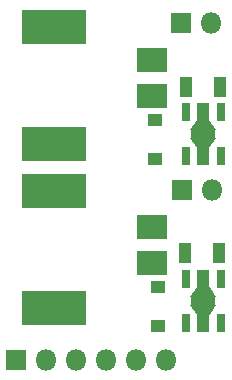
<source format=gbr>
%TF.GenerationSoftware,KiCad,Pcbnew,(5.1.6)-1*%
%TF.CreationDate,2020-08-23T14:00:49-07:00*%
%TF.ProjectId,Led Driver Double,4c656420-4472-4697-9665-7220446f7562,rev?*%
%TF.SameCoordinates,Original*%
%TF.FileFunction,Soldermask,Top*%
%TF.FilePolarity,Negative*%
%FSLAX46Y46*%
G04 Gerber Fmt 4.6, Leading zero omitted, Abs format (unit mm)*
G04 Created by KiCad (PCBNEW (5.1.6)-1) date 2020-08-23 14:00:49*
%MOMM*%
%LPD*%
G01*
G04 APERTURE LIST*
%ADD10O,1.800000X1.800000*%
%ADD11R,1.800000X1.800000*%
%ADD12R,1.300000X1.000000*%
%ADD13R,5.500000X3.000000*%
%ADD14R,1.000000X1.800000*%
%ADD15C,0.100000*%
%ADD16R,0.800000X1.600000*%
%ADD17R,1.100000X1.600000*%
%ADD18R,2.100000X0.900000*%
%ADD19R,2.600000X2.050000*%
G04 APERTURE END LIST*
D10*
%TO.C,J5*%
X87687120Y-51073560D03*
X85147120Y-51073560D03*
X82607120Y-51073560D03*
X80067120Y-51073560D03*
X77527120Y-51073560D03*
D11*
X74987120Y-51073560D03*
%TD*%
D12*
%TO.C,D1*%
X86730000Y-34050000D03*
X86730000Y-30750000D03*
%TD*%
D10*
%TO.C,J1*%
X91450000Y-22540000D03*
D11*
X88910000Y-22540000D03*
%TD*%
D13*
%TO.C,L1*%
X78170000Y-32740000D03*
X78170000Y-22840000D03*
%TD*%
D14*
%TO.C,R1*%
X92270000Y-27970000D03*
X89370000Y-27970000D03*
%TD*%
D12*
%TO.C,D2*%
X86970000Y-48200000D03*
X86970000Y-44900000D03*
%TD*%
D10*
%TO.C,J2*%
X91560000Y-36670000D03*
D11*
X89020000Y-36670000D03*
%TD*%
D13*
%TO.C,L2*%
X78180000Y-36730000D03*
X78180000Y-46630000D03*
%TD*%
D14*
%TO.C,R2*%
X92150000Y-41970000D03*
X89250000Y-41970000D03*
%TD*%
D15*
%TO.C,U1*%
G36*
X89736574Y-31570000D02*
G01*
X90303240Y-30720000D01*
X91356760Y-30720000D01*
X91923426Y-31570000D01*
X89736574Y-31570000D01*
G37*
D16*
X89330000Y-30070000D03*
X92330000Y-30070000D03*
X89330000Y-33770000D03*
D17*
X90830000Y-33770000D03*
D16*
X92330000Y-33770000D03*
D17*
X90830000Y-30070000D03*
D15*
G36*
X91923426Y-32270000D02*
G01*
X91356760Y-33120000D01*
X90303240Y-33120000D01*
X89736574Y-32270000D01*
X91923426Y-32270000D01*
G37*
D18*
X90830000Y-31920000D03*
%TD*%
%TO.C,U2*%
X90840000Y-46040000D03*
D15*
G36*
X91933426Y-46390000D02*
G01*
X91366760Y-47240000D01*
X90313240Y-47240000D01*
X89746574Y-46390000D01*
X91933426Y-46390000D01*
G37*
D17*
X90840000Y-44190000D03*
D16*
X92340000Y-47890000D03*
D17*
X90840000Y-47890000D03*
D16*
X89340000Y-47890000D03*
X92340000Y-44190000D03*
X89340000Y-44190000D03*
D15*
G36*
X89746574Y-45690000D02*
G01*
X90313240Y-44840000D01*
X91366760Y-44840000D01*
X91933426Y-45690000D01*
X89746574Y-45690000D01*
G37*
%TD*%
D19*
%TO.C,C1*%
X86530000Y-25665000D03*
X86530000Y-28715000D03*
%TD*%
%TO.C,C2*%
X86530000Y-42845000D03*
X86530000Y-39795000D03*
%TD*%
M02*

</source>
